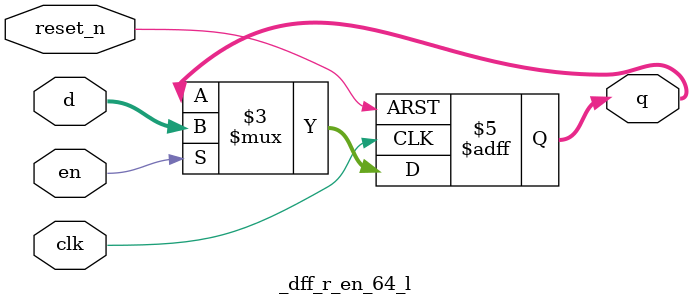
<source format=v>
module _dff_r_en_64_l(clk, reset_n, en, d, q);
	input clk, reset_n, en;
	input [63:0] d;
	output reg [63:0] q;
	
	// 64 bit flip flop
	always@(posedge clk or negedge reset_n)
	begin
		if(reset_n == 0) q <= 1;
		else if (en) q <= d;
	end
endmodule
	
</source>
